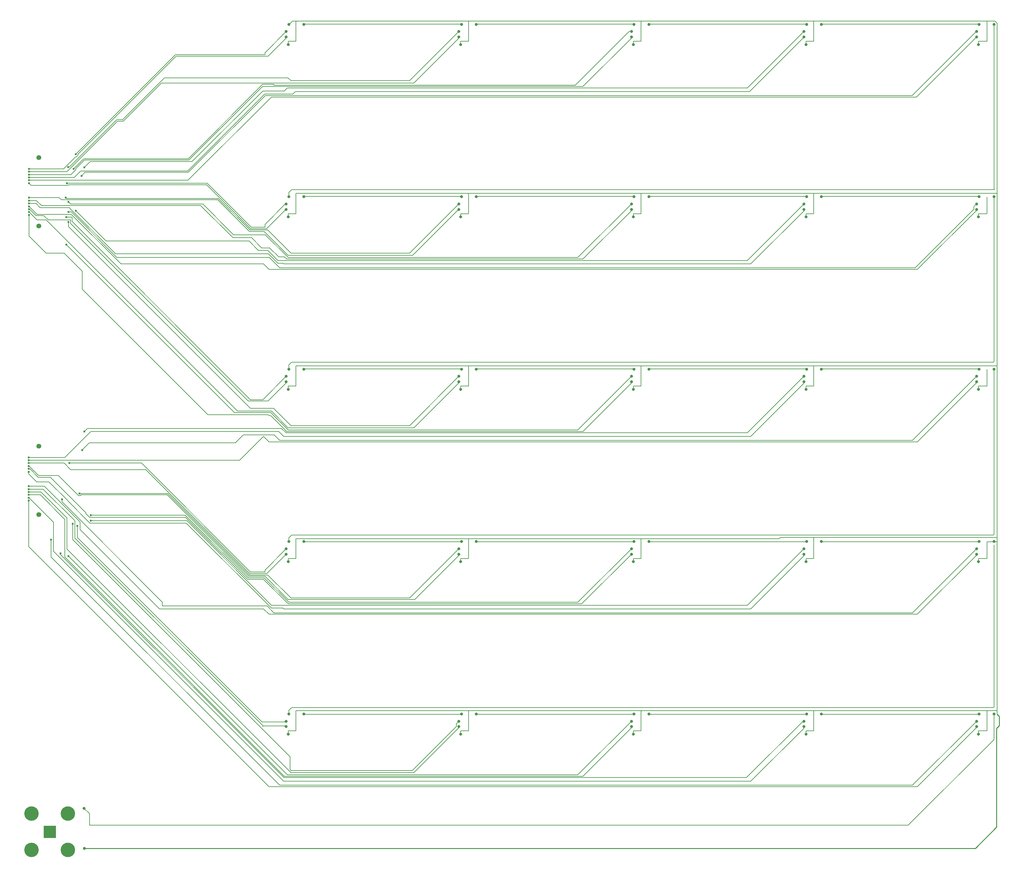
<source format=gbr>
%TF.GenerationSoftware,KiCad,Pcbnew,8.0.2-1*%
%TF.CreationDate,2024-06-21T16:13:16-04:00*%
%TF.ProjectId,EvenLayers_3.0mm_SiPM,4576656e-4c61-4796-9572-735f332e306d,rev?*%
%TF.SameCoordinates,Original*%
%TF.FileFunction,Copper,L2,Bot*%
%TF.FilePolarity,Positive*%
%FSLAX46Y46*%
G04 Gerber Fmt 4.6, Leading zero omitted, Abs format (unit mm)*
G04 Created by KiCad (PCBNEW 8.0.2-1) date 2024-06-21 16:13:16*
%MOMM*%
%LPD*%
G01*
G04 APERTURE LIST*
%TA.AperFunction,ComponentPad*%
%ADD10C,0.800000*%
%TD*%
%TA.AperFunction,ComponentPad*%
%ADD11C,1.348000*%
%TD*%
%TA.AperFunction,ComponentPad*%
%ADD12R,3.500000X3.500000*%
%TD*%
%TA.AperFunction,ComponentPad*%
%ADD13C,4.000000*%
%TD*%
%TA.AperFunction,ViaPad*%
%ADD14C,0.800000*%
%TD*%
%TA.AperFunction,ViaPad*%
%ADD15C,0.600000*%
%TD*%
%TA.AperFunction,Conductor*%
%ADD16C,0.200000*%
%TD*%
%TA.AperFunction,Conductor*%
%ADD17C,0.250000*%
%TD*%
G04 APERTURE END LIST*
D10*
%TO.P,REF\u002A\u002A34,5*%
%TO.N,N/C*%
X320450000Y-189150000D03*
%TO.P,REF\u002A\u002A34,6*%
X324550000Y-189150000D03*
%TO.P,REF\u002A\u002A34,7*%
%TO.N,K14*%
X319700000Y-191150000D03*
%TO.P,REF\u002A\u002A34,8*%
%TO.N,A14*%
X319700000Y-192650000D03*
%TO.P,REF\u002A\u002A34,9*%
%TO.N,GND*%
X320250000Y-194750000D03*
%TD*%
%TO.P,REF\u002A\u002A40,5*%
%TO.N,N/C*%
X129250000Y-284750000D03*
%TO.P,REF\u002A\u002A40,6*%
X133350000Y-284750000D03*
%TO.P,REF\u002A\u002A40,7*%
%TO.N,K20*%
X128500000Y-286750000D03*
%TO.P,REF\u002A\u002A40,8*%
%TO.N,A20*%
X128500000Y-288250000D03*
%TO.P,REF\u002A\u002A40,9*%
%TO.N,GND*%
X129050000Y-290350000D03*
%TD*%
%TO.P,REF\u002A\u002A30,5*%
%TO.N,N/C*%
X129250000Y-189150000D03*
%TO.P,REF\u002A\u002A30,6*%
X133350000Y-189150000D03*
%TO.P,REF\u002A\u002A30,7*%
%TO.N,K10*%
X128500000Y-191150000D03*
%TO.P,REF\u002A\u002A30,8*%
%TO.N,A10*%
X128500000Y-192650000D03*
%TO.P,REF\u002A\u002A30,9*%
%TO.N,GND*%
X129050000Y-194750000D03*
%TD*%
%TO.P,REF\u002A\u002A24,5*%
%TO.N,N/C*%
X320450000Y-93550000D03*
%TO.P,REF\u002A\u002A24,6*%
X324550000Y-93550000D03*
%TO.P,REF\u002A\u002A24,7*%
%TO.N,K4*%
X319700000Y-95550000D03*
%TO.P,REF\u002A\u002A24,8*%
%TO.N,A4*%
X319700000Y-97050000D03*
%TO.P,REF\u002A\u002A24,9*%
%TO.N,GND*%
X320250000Y-99150000D03*
%TD*%
D11*
%TO.P,REF\u002A\u002A,S1*%
%TO.N,N/C*%
X60000000Y-130505000D03*
%TO.P,REF\u002A\u002A,S2*%
X60000000Y-149495000D03*
%TD*%
D10*
%TO.P,REF\u002A\u002A43,5*%
%TO.N,N/C*%
X272650000Y-284750000D03*
%TO.P,REF\u002A\u002A43,6*%
X276750000Y-284750000D03*
%TO.P,REF\u002A\u002A43,7*%
%TO.N,K23*%
X271900000Y-286750000D03*
%TO.P,REF\u002A\u002A43,8*%
%TO.N,A23*%
X271900000Y-288250000D03*
%TO.P,REF\u002A\u002A43,9*%
%TO.N,GND*%
X272450000Y-290350000D03*
%TD*%
%TO.P,REF\u002A\u002A38,5*%
%TO.N,N/C*%
X272650000Y-236950000D03*
%TO.P,REF\u002A\u002A38,6*%
X276750000Y-236950000D03*
%TO.P,REF\u002A\u002A38,7*%
%TO.N,K18*%
X271900000Y-238950000D03*
%TO.P,REF\u002A\u002A38,8*%
%TO.N,A18*%
X271900000Y-240450000D03*
%TO.P,REF\u002A\u002A38,9*%
%TO.N,GND*%
X272450000Y-242550000D03*
%TD*%
%TO.P,REF\u002A\u002A22,5*%
%TO.N,N/C*%
X224850000Y-93550000D03*
%TO.P,REF\u002A\u002A22,6*%
X228950000Y-93550000D03*
%TO.P,REF\u002A\u002A22,7*%
%TO.N,K2*%
X224100000Y-95550000D03*
%TO.P,REF\u002A\u002A22,8*%
%TO.N,A2*%
X224100000Y-97050000D03*
%TO.P,REF\u002A\u002A22,9*%
%TO.N,GND*%
X224650000Y-99150000D03*
%TD*%
D11*
%TO.P,REF\u002A\u002A,S1*%
%TO.N,N/C*%
X60000000Y-210505000D03*
%TO.P,REF\u002A\u002A,S2*%
X60000000Y-229495000D03*
%TD*%
D10*
%TO.P,REF\u002A\u002A28,5*%
%TO.N,N/C*%
X272650000Y-141350000D03*
%TO.P,REF\u002A\u002A28,6*%
X276750000Y-141350000D03*
%TO.P,REF\u002A\u002A28,7*%
%TO.N,K8*%
X271900000Y-143350000D03*
%TO.P,REF\u002A\u002A28,8*%
%TO.N,A8*%
X271900000Y-144850000D03*
%TO.P,REF\u002A\u002A28,9*%
%TO.N,GND*%
X272450000Y-146950000D03*
%TD*%
%TO.P,REF\u002A\u002A23,5*%
%TO.N,N/C*%
X272650000Y-93550000D03*
%TO.P,REF\u002A\u002A23,6*%
X276750000Y-93550000D03*
%TO.P,REF\u002A\u002A23,7*%
%TO.N,K3*%
X271900000Y-95550000D03*
%TO.P,REF\u002A\u002A23,8*%
%TO.N,A3*%
X271900000Y-97050000D03*
%TO.P,REF\u002A\u002A23,9*%
%TO.N,GND*%
X272450000Y-99150000D03*
%TD*%
%TO.P,REF\u002A\u002A32,5*%
%TO.N,N/C*%
X224850000Y-189150000D03*
%TO.P,REF\u002A\u002A32,6*%
X228950000Y-189150000D03*
%TO.P,REF\u002A\u002A32,7*%
%TO.N,K12*%
X224100000Y-191150000D03*
%TO.P,REF\u002A\u002A32,8*%
%TO.N,A12*%
X224100000Y-192650000D03*
%TO.P,REF\u002A\u002A32,9*%
%TO.N,GND*%
X224650000Y-194750000D03*
%TD*%
%TO.P,REF\u002A\u002A44,5*%
%TO.N,N/C*%
X320450000Y-284750000D03*
%TO.P,REF\u002A\u002A44,6*%
X324550000Y-284750000D03*
%TO.P,REF\u002A\u002A44,7*%
%TO.N,K24*%
X319700000Y-286750000D03*
%TO.P,REF\u002A\u002A44,8*%
%TO.N,A24*%
X319700000Y-288250000D03*
%TO.P,REF\u002A\u002A44,9*%
%TO.N,GND*%
X320250000Y-290350000D03*
%TD*%
%TO.P,REF\u002A\u002A26,5*%
%TO.N,N/C*%
X177050000Y-141350000D03*
%TO.P,REF\u002A\u002A26,6*%
X181150000Y-141350000D03*
%TO.P,REF\u002A\u002A26,7*%
%TO.N,K6*%
X176300000Y-143350000D03*
%TO.P,REF\u002A\u002A26,8*%
%TO.N,A6*%
X176300000Y-144850000D03*
%TO.P,REF\u002A\u002A26,9*%
%TO.N,GND*%
X176850000Y-146950000D03*
%TD*%
%TO.P,REF\u002A\u002A36,5*%
%TO.N,N/C*%
X177050000Y-236950000D03*
%TO.P,REF\u002A\u002A36,6*%
X181150000Y-236950000D03*
%TO.P,REF\u002A\u002A36,7*%
%TO.N,K16*%
X176300000Y-238950000D03*
%TO.P,REF\u002A\u002A36,8*%
%TO.N,A16*%
X176300000Y-240450000D03*
%TO.P,REF\u002A\u002A36,9*%
%TO.N,GND*%
X176850000Y-242550000D03*
%TD*%
%TO.P,REF\u002A\u002A20,5*%
%TO.N,GND*%
X129250000Y-93550000D03*
%TO.P,REF\u002A\u002A20,6*%
%TO.N,N/C*%
X133350000Y-93550000D03*
%TO.P,REF\u002A\u002A20,7*%
%TO.N,K0*%
X128500000Y-95550000D03*
%TO.P,REF\u002A\u002A20,8*%
%TO.N,A0*%
X128500000Y-97050000D03*
%TO.P,REF\u002A\u002A20,9*%
%TO.N,GND*%
X129050000Y-99150000D03*
%TD*%
%TO.P,REF\u002A\u002A25,5*%
%TO.N,N/C*%
X129250000Y-141350000D03*
%TO.P,REF\u002A\u002A25,6*%
X133350000Y-141350000D03*
%TO.P,REF\u002A\u002A25,7*%
%TO.N,K5*%
X128500000Y-143350000D03*
%TO.P,REF\u002A\u002A25,8*%
%TO.N,A5*%
X128500000Y-144850000D03*
%TO.P,REF\u002A\u002A25,9*%
%TO.N,GND*%
X129050000Y-146950000D03*
%TD*%
%TO.P,REF\u002A\u002A37,5*%
%TO.N,N/C*%
X224850000Y-236950000D03*
%TO.P,REF\u002A\u002A37,6*%
X228950000Y-236950000D03*
%TO.P,REF\u002A\u002A37,7*%
%TO.N,K17*%
X224100000Y-238950000D03*
%TO.P,REF\u002A\u002A37,8*%
%TO.N,A17*%
X224100000Y-240450000D03*
%TO.P,REF\u002A\u002A37,9*%
%TO.N,GND*%
X224650000Y-242550000D03*
%TD*%
%TO.P,REF\u002A\u002A31,5*%
%TO.N,N/C*%
X177050000Y-189150000D03*
%TO.P,REF\u002A\u002A31,6*%
X181150000Y-189150000D03*
%TO.P,REF\u002A\u002A31,7*%
%TO.N,K11*%
X176300000Y-191150000D03*
%TO.P,REF\u002A\u002A31,8*%
%TO.N,A11*%
X176300000Y-192650000D03*
%TO.P,REF\u002A\u002A31,9*%
%TO.N,GND*%
X176850000Y-194750000D03*
%TD*%
%TO.P,REF\u002A\u002A27,5*%
%TO.N,N/C*%
X224850000Y-141350000D03*
%TO.P,REF\u002A\u002A27,6*%
X228950000Y-141350000D03*
%TO.P,REF\u002A\u002A27,7*%
%TO.N,K7*%
X224100000Y-143350000D03*
%TO.P,REF\u002A\u002A27,8*%
%TO.N,A7*%
X224100000Y-144850000D03*
%TO.P,REF\u002A\u002A27,9*%
%TO.N,GND*%
X224650000Y-146950000D03*
%TD*%
%TO.P,REF\u002A\u002A41,5*%
%TO.N,N/C*%
X177050000Y-284750000D03*
%TO.P,REF\u002A\u002A41,6*%
X181150000Y-284750000D03*
%TO.P,REF\u002A\u002A41,7*%
%TO.N,K21*%
X176300000Y-286750000D03*
%TO.P,REF\u002A\u002A41,8*%
%TO.N,A21*%
X176300000Y-288250000D03*
%TO.P,REF\u002A\u002A41,9*%
%TO.N,GND*%
X176850000Y-290350000D03*
%TD*%
%TO.P,REF\u002A\u002A29,5*%
%TO.N,N/C*%
X320450000Y-141350000D03*
%TO.P,REF\u002A\u002A29,6*%
X324550000Y-141350000D03*
%TO.P,REF\u002A\u002A29,7*%
%TO.N,K9*%
X319700000Y-143350000D03*
%TO.P,REF\u002A\u002A29,8*%
%TO.N,A9*%
X319700000Y-144850000D03*
%TO.P,REF\u002A\u002A29,9*%
%TO.N,GND*%
X320250000Y-146950000D03*
%TD*%
%TO.P,REF\u002A\u002A21,5*%
%TO.N,N/C*%
X177050000Y-93550000D03*
%TO.P,REF\u002A\u002A21,6*%
X181150000Y-93550000D03*
%TO.P,REF\u002A\u002A21,7*%
%TO.N,K1*%
X176300000Y-95550000D03*
%TO.P,REF\u002A\u002A21,8*%
%TO.N,A1*%
X176300000Y-97050000D03*
%TO.P,REF\u002A\u002A21,9*%
%TO.N,GND*%
X176850000Y-99150000D03*
%TD*%
D12*
%TO.P,LEDs,1*%
%TO.N,N/C*%
X63000000Y-317400000D03*
D13*
%TO.P,LEDs,2*%
%TO.N,GND*%
X57975000Y-322425000D03*
X68025000Y-322425000D03*
X57975000Y-312375000D03*
X68025000Y-312375000D03*
%TD*%
D10*
%TO.P,REF\u002A\u002A42,5*%
%TO.N,N/C*%
X224850000Y-284750000D03*
%TO.P,REF\u002A\u002A42,6*%
X228950000Y-284750000D03*
%TO.P,REF\u002A\u002A42,7*%
%TO.N,K22*%
X224100000Y-286750000D03*
%TO.P,REF\u002A\u002A42,8*%
%TO.N,A22*%
X224100000Y-288250000D03*
%TO.P,REF\u002A\u002A42,9*%
%TO.N,GND*%
X224650000Y-290350000D03*
%TD*%
%TO.P,REF\u002A\u002A35,5*%
%TO.N,N/C*%
X129250000Y-236950000D03*
%TO.P,REF\u002A\u002A35,6*%
X133350000Y-236950000D03*
%TO.P,REF\u002A\u002A35,7*%
%TO.N,K15*%
X128500000Y-238950000D03*
%TO.P,REF\u002A\u002A35,8*%
%TO.N,A15*%
X128500000Y-240450000D03*
%TO.P,REF\u002A\u002A35,9*%
%TO.N,GND*%
X129050000Y-242550000D03*
%TD*%
%TO.P,REF\u002A\u002A39,5*%
%TO.N,N/C*%
X320450000Y-236950000D03*
%TO.P,REF\u002A\u002A39,6*%
X324550000Y-236950000D03*
%TO.P,REF\u002A\u002A39,7*%
%TO.N,K19*%
X319700000Y-238950000D03*
%TO.P,REF\u002A\u002A39,8*%
%TO.N,A19*%
X319700000Y-240450000D03*
%TO.P,REF\u002A\u002A39,9*%
%TO.N,GND*%
X320250000Y-242550000D03*
%TD*%
%TO.P,REF\u002A\u002A33,5*%
%TO.N,N/C*%
X272650000Y-189150000D03*
%TO.P,REF\u002A\u002A33,6*%
X276750000Y-189150000D03*
%TO.P,REF\u002A\u002A33,7*%
%TO.N,K13*%
X271900000Y-191150000D03*
%TO.P,REF\u002A\u002A33,8*%
%TO.N,A13*%
X271900000Y-192650000D03*
%TO.P,REF\u002A\u002A33,9*%
%TO.N,GND*%
X272450000Y-194750000D03*
%TD*%
D14*
%TO.N,*%
X72500000Y-310900000D03*
%TO.N,GND*%
X72600000Y-322000000D03*
D15*
%TO.N,K0*%
X70200000Y-129600000D03*
%TO.N,A0*%
X57250000Y-133600000D03*
%TO.N,K1*%
X68124265Y-133124265D03*
%TO.N,A1*%
X57250000Y-134400000D03*
%TO.N,K2*%
X69600000Y-133600000D03*
%TO.N,A2*%
X57250000Y-135200000D03*
%TO.N,K3*%
X72600000Y-133200000D03*
%TO.N,A3*%
X57250000Y-136000000D03*
%TO.N,K4*%
X71800000Y-135600000D03*
%TO.N,A4*%
X57250000Y-136800000D03*
%TO.N,K5*%
X67800000Y-137600000D03*
%TO.N,A5*%
X57250000Y-137600000D03*
%TO.N,K6*%
X67400000Y-141600000D03*
%TO.N,A6*%
X57250000Y-141600000D03*
%TO.N,K7*%
X68200000Y-142800000D03*
%TO.N,A7*%
X57250000Y-142400000D03*
%TO.N,K8*%
X70200000Y-145200000D03*
%TO.N,A8*%
X57250000Y-143200000D03*
%TO.N,K9*%
X68200000Y-145600000D03*
%TO.N,A9*%
X57250000Y-144000000D03*
%TO.N,A10*%
X57250000Y-144800000D03*
%TO.N,K10*%
X67600000Y-147000000D03*
%TO.N,A11*%
X57250000Y-145600000D03*
%TO.N,K11*%
X68200000Y-148400000D03*
%TO.N,A12*%
X57250000Y-146400000D03*
%TO.N,K12*%
X67600000Y-154600000D03*
%TO.N,K14*%
X72000000Y-211600000D03*
%TO.N,A14*%
X57200000Y-214400000D03*
%TO.N,K13*%
X72600000Y-206400000D03*
%TO.N,A13*%
X57200000Y-213600000D03*
%TO.N,K15*%
X68400000Y-215200000D03*
%TO.N,A15*%
X57200000Y-215200000D03*
%TO.N,K16*%
X71200000Y-223600000D03*
%TO.N,A16*%
X57200000Y-216000000D03*
%TO.N,K17*%
X74400000Y-229600000D03*
%TO.N,A17*%
X57200000Y-216800000D03*
%TO.N,K18*%
X74400000Y-231200000D03*
%TO.N,A18*%
X57200000Y-217600000D03*
%TO.N,K19*%
X66400000Y-225200000D03*
%TO.N,A19*%
X57200000Y-221600000D03*
%TO.N,K20*%
X70600000Y-232600000D03*
%TO.N,A20*%
X57200000Y-222400000D03*
%TO.N,K21*%
X69400000Y-232000000D03*
%TO.N,A21*%
X57200000Y-223200000D03*
%TO.N,K22*%
X68200000Y-241000000D03*
%TO.N,A22*%
X57200000Y-224000000D03*
%TO.N,K23*%
X66000000Y-240200000D03*
%TO.N,A23*%
X57200000Y-224800000D03*
%TO.N,K24*%
X63400000Y-236400000D03*
%TO.N,A24*%
X57200000Y-225600000D03*
%TD*%
D16*
%TO.N,*%
X133350000Y-284850000D02*
X177050000Y-284850000D01*
X324550000Y-237850000D02*
X324550000Y-282850000D01*
X229105025Y-93494975D02*
X272805025Y-93494975D01*
X324550000Y-291850000D02*
X300800000Y-315600000D01*
X133350000Y-189050000D02*
X177050000Y-189050000D01*
X181150000Y-141250000D02*
X224850000Y-141250000D01*
X324600000Y-139400000D02*
X130000000Y-139400000D01*
X276750000Y-141250000D02*
X320450000Y-141250000D01*
X181150000Y-284850000D02*
X224850000Y-284850000D01*
X133350000Y-237000000D02*
X177050000Y-237000000D01*
X276750000Y-284850000D02*
X320450000Y-284850000D01*
X228950000Y-141250000D02*
X272650000Y-141250000D01*
X181150000Y-237000000D02*
X224850000Y-237000000D01*
X324600000Y-139400000D02*
X324600000Y-139200000D01*
X276750000Y-189050000D02*
X320450000Y-189050000D01*
X129250000Y-284850000D02*
X129250000Y-283750000D01*
X276905025Y-93494975D02*
X320605025Y-93494975D01*
X74000000Y-312400000D02*
X72500000Y-310900000D01*
X324550000Y-139150000D02*
X324550000Y-93550000D01*
X228950000Y-284850000D02*
X272650000Y-284850000D01*
X324550000Y-284750000D02*
X324550000Y-291850000D01*
X129250000Y-140150000D02*
X129250000Y-141250000D01*
X228950000Y-237000000D02*
X272650000Y-237000000D01*
X74000000Y-315600000D02*
X74000000Y-312400000D01*
X324600000Y-139200000D02*
X324550000Y-139150000D01*
X133505025Y-93494975D02*
X177205025Y-93494975D01*
X129250000Y-283750000D02*
X130000000Y-283000000D01*
X300800000Y-315600000D02*
X74000000Y-315600000D01*
X130000000Y-283000000D02*
X324400000Y-283000000D01*
X181305025Y-93494975D02*
X225005025Y-93494975D01*
X324550000Y-282850000D02*
X324400000Y-283000000D01*
X181150000Y-189050000D02*
X224850000Y-189050000D01*
X133350000Y-141250000D02*
X177050000Y-141250000D01*
X130000000Y-139400000D02*
X129250000Y-140150000D01*
X276750000Y-237000000D02*
X320450000Y-237000000D01*
X228950000Y-189050000D02*
X272650000Y-189050000D01*
%TO.N,GND*%
X224650000Y-146950000D02*
X224650000Y-146050000D01*
X322550000Y-193850000D02*
X322600000Y-193800000D01*
X272450000Y-241650000D02*
X272450000Y-242550000D01*
X130000000Y-235150000D02*
X324400000Y-235150000D01*
X224650000Y-99150000D02*
X224650000Y-98250000D01*
X322600000Y-146000000D02*
X322600000Y-141400000D01*
X179000000Y-140400000D02*
X227000000Y-140400000D01*
X226800000Y-188200000D02*
X274800000Y-188200000D01*
X131200000Y-193800000D02*
X131200000Y-188200000D01*
X177000000Y-146050000D02*
X176850000Y-146050000D01*
X178950000Y-146050000D02*
X177000000Y-146050000D01*
X227000000Y-283800000D02*
X179000000Y-283800000D01*
X325400000Y-235800000D02*
X325400000Y-237000000D01*
X324550000Y-141250000D02*
X324550000Y-187050000D01*
X274550000Y-146050000D02*
X272450000Y-146050000D01*
X179000000Y-193800000D02*
X179000000Y-188200000D01*
X130000000Y-187200000D02*
X324400000Y-187200000D01*
X129050000Y-242550000D02*
X129050000Y-241650000D01*
X131200000Y-241600000D02*
X131200000Y-236150000D01*
X178950000Y-98250000D02*
X176850000Y-98250000D01*
D17*
X326000000Y-288000000D02*
X326000000Y-285400000D01*
D16*
X226750000Y-98250000D02*
X224650000Y-98250000D01*
X178950000Y-241650000D02*
X176850000Y-241650000D01*
D17*
X325275000Y-316125000D02*
X325275000Y-288725000D01*
D16*
X274550000Y-289450000D02*
X274600000Y-289400000D01*
X227155025Y-92644975D02*
X179155025Y-92644975D01*
X325400000Y-237000000D02*
X322600000Y-237000000D01*
X274600000Y-289400000D02*
X274600000Y-283800000D01*
X322550000Y-98250000D02*
X322600000Y-98200000D01*
X131150000Y-193850000D02*
X129050000Y-193850000D01*
X274600000Y-146000000D02*
X274600000Y-140400000D01*
X274600000Y-188200000D02*
X325400000Y-188200000D01*
X322600000Y-241600000D02*
X322600000Y-237000000D01*
X129050000Y-289450000D02*
X129050000Y-290350000D01*
X179000000Y-241600000D02*
X179000000Y-236150000D01*
X322600000Y-283800000D02*
X325400000Y-283800000D01*
X179000000Y-283800000D02*
X179000000Y-289400000D01*
X131200000Y-289400000D02*
X131200000Y-283800000D01*
X131150000Y-241650000D02*
X129050000Y-241650000D01*
X320250000Y-241650000D02*
X320250000Y-242550000D01*
X274600000Y-98200000D02*
X274550000Y-98250000D01*
X131200000Y-146000000D02*
X131200000Y-140400000D01*
X131150000Y-146050000D02*
X129050000Y-146050000D01*
X272450000Y-193850000D02*
X274550000Y-193850000D01*
X129250000Y-189050000D02*
X129250000Y-187950000D01*
X176850000Y-242550000D02*
X176850000Y-241650000D01*
X224650000Y-241650000D02*
X224650000Y-242550000D01*
X176850000Y-194750000D02*
X176850000Y-193850000D01*
X179355025Y-92644975D02*
X131355025Y-92644975D01*
X274800000Y-283800000D02*
X226800000Y-283800000D01*
X176850000Y-99150000D02*
X176850000Y-98250000D01*
X320250000Y-99150000D02*
X320250000Y-98250000D01*
X179000000Y-146000000D02*
X179000000Y-140400000D01*
X272450000Y-98250000D02*
X272450000Y-99150000D01*
X274600000Y-193800000D02*
X274600000Y-188200000D01*
X179155025Y-92644975D02*
X179000000Y-92800000D01*
X320250000Y-290350000D02*
X320250000Y-289450000D01*
X272450000Y-194750000D02*
X272450000Y-193850000D01*
X274600000Y-92644975D02*
X274600000Y-98200000D01*
X322550000Y-241650000D02*
X322600000Y-241600000D01*
X129250000Y-235900000D02*
X130000000Y-235150000D01*
X272450000Y-289450000D02*
X274550000Y-289450000D01*
X129050000Y-99150000D02*
X129050000Y-98250000D01*
X320250000Y-241650000D02*
X322550000Y-241650000D01*
X224650000Y-290350000D02*
X224650000Y-289450000D01*
X129250000Y-237000000D02*
X129250000Y-235900000D01*
X274550000Y-241650000D02*
X272450000Y-241650000D01*
X320250000Y-146050000D02*
X322550000Y-146050000D01*
D17*
X325275000Y-288725000D02*
X326000000Y-288000000D01*
D16*
X226800000Y-92800000D02*
X226800000Y-98200000D01*
X226800000Y-146000000D02*
X226800000Y-140400000D01*
X176850000Y-146950000D02*
X176850000Y-146200000D01*
X131200000Y-92800000D02*
X131200000Y-98200000D01*
X274600000Y-241600000D02*
X274600000Y-235800000D01*
X274550000Y-193850000D02*
X274600000Y-193800000D01*
X274550000Y-98250000D02*
X272450000Y-98250000D01*
X224650000Y-194750000D02*
X224650000Y-193850000D01*
X320250000Y-146950000D02*
X320250000Y-146050000D01*
X322600000Y-193800000D02*
X322600000Y-189200000D01*
X325400000Y-93200000D02*
X325400000Y-235800000D01*
X265350000Y-235800000D02*
X265000000Y-236150000D01*
X324844975Y-92644975D02*
X325400000Y-93200000D01*
X226800000Y-140400000D02*
X274800000Y-140400000D01*
X324550000Y-235000000D02*
X324400000Y-235150000D01*
X129250000Y-187950000D02*
X130000000Y-187200000D01*
X272450000Y-290350000D02*
X272450000Y-289450000D01*
X226750000Y-146050000D02*
X224650000Y-146050000D01*
X129050000Y-193850000D02*
X129050000Y-194750000D01*
X226750000Y-241650000D02*
X224650000Y-241650000D01*
D17*
X319400000Y-322000000D02*
X325275000Y-316125000D01*
D16*
X226800000Y-289400000D02*
X226800000Y-284000000D01*
X226800000Y-284000000D02*
X227000000Y-283800000D01*
X179000000Y-188200000D02*
X227000000Y-188200000D01*
D17*
X72600000Y-322000000D02*
X319400000Y-322000000D01*
D16*
X226800000Y-193800000D02*
X226800000Y-188200000D01*
X131200000Y-283800000D02*
X179200000Y-283800000D01*
D17*
X326000000Y-285400000D02*
X325400000Y-284800000D01*
D16*
X320250000Y-289450000D02*
X322550000Y-289450000D01*
X131200000Y-140400000D02*
X179200000Y-140400000D01*
X322550000Y-146050000D02*
X322600000Y-146000000D01*
X131150000Y-289450000D02*
X129050000Y-289450000D01*
X324550000Y-187050000D02*
X324400000Y-187200000D01*
X322550000Y-289450000D02*
X322600000Y-289400000D01*
X325400000Y-237000000D02*
X325400000Y-284800000D01*
X176850000Y-146200000D02*
X177000000Y-146050000D01*
X272450000Y-146950000D02*
X272450000Y-146050000D01*
X226750000Y-193850000D02*
X224650000Y-193850000D01*
X320250000Y-98250000D02*
X322550000Y-98250000D01*
X324550000Y-189200000D02*
X324550000Y-235000000D01*
X178950000Y-193850000D02*
X176850000Y-193850000D01*
X131150000Y-98250000D02*
X129050000Y-98250000D01*
X226800000Y-241600000D02*
X226800000Y-236150000D01*
X129050000Y-146050000D02*
X129050000Y-146950000D01*
X322600000Y-98200000D02*
X322600000Y-92644975D01*
X131200000Y-188200000D02*
X179200000Y-188200000D01*
X178950000Y-289450000D02*
X176850000Y-289450000D01*
X131355025Y-92644975D02*
X131200000Y-92800000D01*
X226750000Y-289450000D02*
X224650000Y-289450000D01*
X320250000Y-193850000D02*
X322550000Y-193850000D01*
X274755025Y-92644975D02*
X324844975Y-92644975D01*
X322600000Y-289400000D02*
X322600000Y-283800000D01*
X274600000Y-140400000D02*
X325400000Y-140400000D01*
X226800000Y-236150000D02*
X265000000Y-236150000D01*
X226955025Y-92644975D02*
X226800000Y-92800000D01*
X274955025Y-92644975D02*
X226955025Y-92644975D01*
X274600000Y-283800000D02*
X322600000Y-283800000D01*
X320250000Y-193850000D02*
X320250000Y-194750000D01*
X179000000Y-92800000D02*
X179000000Y-98200000D01*
X176850000Y-290350000D02*
X176850000Y-289450000D01*
X130255025Y-92644975D02*
X131355025Y-92644975D01*
X325400000Y-235800000D02*
X265350000Y-235800000D01*
X129405025Y-93494975D02*
X130255025Y-92644975D01*
X179000000Y-236150000D02*
X227000000Y-236150000D01*
X131200000Y-236150000D02*
X179200000Y-236150000D01*
%TO.N,K0*%
X128500000Y-95550000D02*
X122600000Y-101450000D01*
X122600000Y-101450000D02*
X122600000Y-102000000D01*
X122600000Y-102000000D02*
X97800000Y-102000000D01*
X97800000Y-102000000D02*
X70200000Y-129600000D01*
%TO.N,A0*%
X98000000Y-102400000D02*
X70800000Y-129600000D01*
X70448529Y-130200000D02*
X70200000Y-130200000D01*
X128500000Y-97400000D02*
X123500000Y-102400000D01*
X123500000Y-102400000D02*
X98000000Y-102400000D01*
X70800000Y-129848529D02*
X70448529Y-130200000D01*
X70200000Y-130200000D02*
X66800000Y-133600000D01*
X128500000Y-97050000D02*
X128500000Y-97400000D01*
X70800000Y-129600000D02*
X70800000Y-129848529D01*
X66800000Y-133600000D02*
X57250000Y-133600000D01*
%TO.N,K1*%
X162650000Y-109200000D02*
X176300000Y-95550000D01*
X129800000Y-109200000D02*
X162650000Y-109200000D01*
X81600000Y-120000000D02*
X83200000Y-120000000D01*
X94800000Y-108400000D02*
X129000000Y-108400000D01*
X129000000Y-108400000D02*
X129800000Y-109200000D01*
X68124265Y-133124265D02*
X68475735Y-133124265D01*
X83200000Y-120000000D02*
X94800000Y-108400000D01*
X68475735Y-133124265D02*
X81600000Y-120000000D01*
%TO.N,A1*%
X81765686Y-120400000D02*
X67765686Y-134400000D01*
X163900000Y-109800000D02*
X93965686Y-109800000D01*
X93965686Y-109800000D02*
X83365686Y-120400000D01*
X67765686Y-134400000D02*
X57250000Y-134400000D01*
X83365686Y-120400000D02*
X81765686Y-120400000D01*
X176300000Y-97400000D02*
X163900000Y-109800000D01*
X176300000Y-97050000D02*
X176300000Y-97400000D01*
%TO.N,K2*%
X72400000Y-130800000D02*
X101365686Y-130800000D01*
X125200000Y-110400000D02*
X208600000Y-110400000D01*
X125000000Y-110200000D02*
X125200000Y-110400000D01*
X101365686Y-130800000D02*
X121965686Y-110200000D01*
X69600000Y-133600000D02*
X72400000Y-130800000D01*
X208600000Y-110400000D02*
X223450000Y-95550000D01*
X223450000Y-95550000D02*
X224100000Y-95550000D01*
X121965686Y-110200000D02*
X125000000Y-110200000D01*
%TO.N,A2*%
X70200000Y-133848529D02*
X68848529Y-135200000D01*
X224100000Y-97050000D02*
X224100000Y-97400000D01*
X72565686Y-131200000D02*
X70200000Y-133565686D01*
X210700000Y-110800000D02*
X121931372Y-110800000D01*
X70200000Y-133565686D02*
X70200000Y-133848529D01*
X224100000Y-97400000D02*
X210700000Y-110800000D01*
X101531372Y-131200000D02*
X72565686Y-131200000D01*
X121931372Y-110800000D02*
X101531372Y-131200000D01*
X68848529Y-135200000D02*
X57250000Y-135200000D01*
%TO.N,K3*%
X102400000Y-131600000D02*
X74200000Y-131600000D01*
X122000000Y-112000000D02*
X102400000Y-131600000D01*
X128800000Y-111200000D02*
X128000000Y-112000000D01*
X256250000Y-111200000D02*
X128800000Y-111200000D01*
X128000000Y-112000000D02*
X122000000Y-112000000D01*
X74200000Y-131600000D02*
X72600000Y-133200000D01*
X271900000Y-95550000D02*
X256250000Y-111200000D01*
%TO.N,A3*%
X271900000Y-97100000D02*
X256800000Y-112200000D01*
X71600000Y-134200000D02*
X69800000Y-136000000D01*
X131000000Y-112200000D02*
X130300000Y-112900000D01*
X130300000Y-112900000D02*
X122500000Y-112900000D01*
X122500000Y-112900000D02*
X101200000Y-134200000D01*
X271900000Y-97050000D02*
X271900000Y-97100000D01*
X69800000Y-136000000D02*
X57250000Y-136000000D01*
X272100000Y-96850000D02*
X271900000Y-97050000D01*
X256800000Y-112200000D02*
X131000000Y-112200000D01*
X101200000Y-134200000D02*
X71600000Y-134200000D01*
%TO.N,K4*%
X101400000Y-134600000D02*
X72800000Y-134600000D01*
X72800000Y-134600000D02*
X71800000Y-135600000D01*
X319650000Y-95550000D02*
X301900000Y-113300000D01*
X319700000Y-95550000D02*
X319650000Y-95550000D01*
X122700000Y-113300000D02*
X101400000Y-134600000D01*
X301900000Y-113300000D02*
X122700000Y-113300000D01*
%TO.N,A4*%
X101300000Y-136800000D02*
X124400000Y-113700000D01*
X57250000Y-136800000D02*
X101300000Y-136800000D01*
X303050000Y-113700000D02*
X319700000Y-97050000D01*
X124400000Y-113700000D02*
X303050000Y-113700000D01*
%TO.N,K5*%
X106600000Y-137600000D02*
X67800000Y-137600000D01*
X122600000Y-149800000D02*
X118800000Y-149800000D01*
X122600000Y-149000000D02*
X122600000Y-149800000D01*
X118800000Y-149800000D02*
X106600000Y-137600000D01*
X128250000Y-143350000D02*
X122600000Y-149000000D01*
X128500000Y-143350000D02*
X128250000Y-143350000D01*
%TO.N,A5*%
X57850000Y-138200000D02*
X57250000Y-137600000D01*
X68048529Y-138200000D02*
X57850000Y-138200000D01*
X128500000Y-144850000D02*
X128365686Y-144850000D01*
X123015686Y-150200000D02*
X118634314Y-150200000D01*
X128365686Y-144850000D02*
X123015686Y-150200000D01*
X118634314Y-150200000D02*
X106434314Y-138000000D01*
X68248529Y-138000000D02*
X68048529Y-138200000D01*
X106434314Y-138000000D02*
X68248529Y-138000000D01*
%TO.N,K6*%
X123181372Y-150600000D02*
X118468628Y-150600000D01*
X118468628Y-150600000D02*
X109668628Y-141800000D01*
X176300000Y-143350000D02*
X162650000Y-157000000D01*
X109668628Y-141800000D02*
X67600000Y-141800000D01*
X67600000Y-141800000D02*
X67400000Y-141600000D01*
X129800000Y-157000000D02*
X123290686Y-150490686D01*
X123290686Y-150490686D02*
X123181372Y-150600000D01*
X162650000Y-157000000D02*
X129800000Y-157000000D01*
%TO.N,A6*%
X129000000Y-157600000D02*
X122400000Y-151000000D01*
X118302942Y-151000000D02*
X109502942Y-142200000D01*
X65600000Y-141600000D02*
X57250000Y-141600000D01*
X122400000Y-151000000D02*
X118302942Y-151000000D01*
X176500000Y-144650000D02*
X163550000Y-157600000D01*
X163550000Y-157600000D02*
X129000000Y-157600000D01*
X109502942Y-142200000D02*
X66200000Y-142200000D01*
X66200000Y-142200000D02*
X65600000Y-141600000D01*
%TO.N,K7*%
X68200000Y-142800000D02*
X68800000Y-143400000D01*
X105400000Y-143400000D02*
X113882843Y-151882843D01*
X129034314Y-158200000D02*
X209250000Y-158200000D01*
X122717157Y-151882843D02*
X129034314Y-158200000D01*
X209250000Y-158200000D02*
X224100000Y-143350000D01*
X113882843Y-151882843D02*
X122717157Y-151882843D01*
X68800000Y-143400000D02*
X105400000Y-143400000D01*
%TO.N,A7*%
X60698529Y-143800000D02*
X59298529Y-142400000D01*
X128600000Y-158600000D02*
X128000000Y-158000000D01*
X104800000Y-143800000D02*
X60698529Y-143800000D01*
X224100000Y-144850000D02*
X224100000Y-145200000D01*
X128000000Y-158000000D02*
X126400000Y-158000000D01*
X210700000Y-158600000D02*
X128600000Y-158600000D01*
X126400000Y-158000000D02*
X123917157Y-155517157D01*
X118882843Y-152717157D02*
X113717157Y-152717157D01*
X113717157Y-152717157D02*
X104800000Y-143800000D01*
X123917157Y-155517157D02*
X121682843Y-155517157D01*
X224100000Y-145200000D02*
X210700000Y-158600000D01*
X59298529Y-142400000D02*
X57250000Y-142400000D01*
X121682843Y-155517157D02*
X118882843Y-152717157D01*
%TO.N,K8*%
X256250000Y-159000000D02*
X126200000Y-159000000D01*
X126200000Y-159000000D02*
X123400000Y-156200000D01*
X120800000Y-156200000D02*
X118200000Y-153600000D01*
X78600000Y-153600000D02*
X70200000Y-145200000D01*
X271900000Y-143350000D02*
X256250000Y-159000000D01*
X123400000Y-156200000D02*
X120800000Y-156200000D01*
X118200000Y-153600000D02*
X78600000Y-153600000D01*
%TO.N,A8*%
X60351471Y-144351471D02*
X59200000Y-143200000D01*
X127600000Y-159800000D02*
X126200000Y-159800000D01*
X81200000Y-157200000D02*
X68600000Y-144600000D01*
X257200000Y-160000000D02*
X127800000Y-160000000D01*
X126200000Y-159800000D02*
X123600000Y-157200000D01*
X271900000Y-145300000D02*
X257200000Y-160000000D01*
X127800000Y-160000000D02*
X127600000Y-159800000D01*
X123600000Y-157200000D02*
X81200000Y-157200000D01*
X271900000Y-144850000D02*
X271900000Y-145300000D01*
X68600000Y-144351471D02*
X60351471Y-144351471D01*
X68600000Y-144600000D02*
X68600000Y-144351471D01*
X59200000Y-143200000D02*
X57250000Y-143200000D01*
%TO.N,K9*%
X81600000Y-158200000D02*
X123800000Y-158200000D01*
X123800000Y-158200000D02*
X126700000Y-161100000D01*
X302700000Y-161100000D02*
X319000000Y-144800000D01*
X68200000Y-145600000D02*
X69000000Y-145600000D01*
X69000000Y-145600000D02*
X81600000Y-158200000D01*
X319000000Y-144800000D02*
X319000000Y-144050000D01*
X319000000Y-144050000D02*
X319700000Y-143350000D01*
X126700000Y-161100000D02*
X302700000Y-161100000D01*
%TO.N,A9*%
X57298529Y-144000000D02*
X57250000Y-144000000D01*
X122200000Y-160000000D02*
X82765685Y-160000000D01*
X123700000Y-161500000D02*
X122200000Y-160000000D01*
X319700000Y-144850000D02*
X319700000Y-145100000D01*
X82765685Y-160000000D02*
X68965685Y-146200000D01*
X59498529Y-146200000D02*
X57298529Y-144000000D01*
X68965685Y-146200000D02*
X59498529Y-146200000D01*
X303300000Y-161500000D02*
X123700000Y-161500000D01*
X319700000Y-145100000D02*
X303300000Y-161500000D01*
%TO.N,A10*%
X57400000Y-144800000D02*
X57250000Y-144800000D01*
X68800000Y-147800000D02*
X62565686Y-147800000D01*
X128500000Y-193000000D02*
X123500000Y-198000000D01*
X123500000Y-198000000D02*
X118000000Y-198000000D01*
X68800000Y-148800000D02*
X68800000Y-147800000D01*
X118000000Y-198000000D02*
X68800000Y-148800000D01*
X59200000Y-146600000D02*
X57400000Y-144800000D01*
X62565686Y-147800000D02*
X61365686Y-146600000D01*
X61365686Y-146600000D02*
X59200000Y-146600000D01*
X128500000Y-192650000D02*
X128500000Y-193000000D01*
%TO.N,K10*%
X69200000Y-147000000D02*
X69200000Y-148200000D01*
X69200000Y-148200000D02*
X118600000Y-197600000D01*
X122050000Y-197600000D02*
X128500000Y-191150000D01*
X67600000Y-147000000D02*
X69200000Y-147000000D01*
X118600000Y-197600000D02*
X122050000Y-197600000D01*
%TO.N,A11*%
X176300000Y-193000000D02*
X176300000Y-192650000D01*
X163900000Y-205400000D02*
X176300000Y-193000000D01*
X62000000Y-147800000D02*
X115000000Y-200800000D01*
X57298529Y-145600000D02*
X59498529Y-147800000D01*
X57250000Y-145600000D02*
X57298529Y-145600000D01*
X129000000Y-205400000D02*
X163900000Y-205400000D01*
X124400000Y-200800000D02*
X129000000Y-205400000D01*
X115000000Y-200800000D02*
X124400000Y-200800000D01*
X59498529Y-147800000D02*
X62000000Y-147800000D01*
%TO.N,K11*%
X68200000Y-149600000D02*
X68200000Y-148400000D01*
X125000000Y-200000000D02*
X118600000Y-200000000D01*
X118600000Y-200000000D02*
X68200000Y-149600000D01*
X162650000Y-204800000D02*
X129800000Y-204800000D01*
X129800000Y-204800000D02*
X125000000Y-200000000D01*
X176050000Y-191400000D02*
X162650000Y-204800000D01*
%TO.N,A12*%
X72000000Y-162000000D02*
X72000000Y-167000000D01*
X62000000Y-157000000D02*
X67000000Y-157000000D01*
X128600000Y-206400000D02*
X210700000Y-206400000D01*
X106800000Y-201800000D02*
X123600000Y-201800000D01*
X210700000Y-206400000D02*
X224100000Y-193000000D01*
X224100000Y-193000000D02*
X224100000Y-192650000D01*
X72000000Y-167000000D02*
X106800000Y-201800000D01*
X57250000Y-146400000D02*
X57250000Y-152250000D01*
X57250000Y-152250000D02*
X62000000Y-157000000D01*
X123600000Y-201800000D02*
X123800000Y-202000000D01*
X67000000Y-157000000D02*
X72000000Y-162000000D01*
X123800000Y-202000000D02*
X124200000Y-202000000D01*
X124200000Y-202000000D02*
X128600000Y-206400000D01*
%TO.N,K12*%
X114200000Y-201200000D02*
X67600000Y-154600000D01*
X224100000Y-191150000D02*
X209250000Y-206000000D01*
X124234315Y-201200000D02*
X114200000Y-201200000D01*
X129034315Y-206000000D02*
X124234315Y-201200000D01*
X209250000Y-206000000D02*
X129034315Y-206000000D01*
%TO.N,K14*%
X125200000Y-207400000D02*
X116600000Y-207400000D01*
X126700000Y-208900000D02*
X125200000Y-207400000D01*
X116600000Y-207400000D02*
X114400000Y-209600000D01*
X114400000Y-209600000D02*
X73951471Y-209600000D01*
X72000000Y-211551471D02*
X72000000Y-211600000D01*
X73951471Y-209600000D02*
X72000000Y-211551471D01*
X319700000Y-191150000D02*
X301950000Y-208900000D01*
X301950000Y-208900000D02*
X126700000Y-208900000D01*
%TO.N,A14*%
X123700000Y-209300000D02*
X122200000Y-207800000D01*
X319700000Y-192900000D02*
X303300000Y-209300000D01*
X303300000Y-209300000D02*
X123700000Y-209300000D01*
X122200000Y-207800000D02*
X115600000Y-214400000D01*
X115600000Y-214400000D02*
X57200000Y-214400000D01*
X319700000Y-192650000D02*
X319700000Y-192900000D01*
%TO.N,K13*%
X256250000Y-206800000D02*
X128434314Y-206800000D01*
X73400000Y-205600000D02*
X72600000Y-206400000D01*
X271900000Y-191150000D02*
X256250000Y-206800000D01*
X127234314Y-205600000D02*
X73400000Y-205600000D01*
X128434314Y-206800000D02*
X127234314Y-205600000D01*
%TO.N,A13*%
X74400000Y-206400000D02*
X67200000Y-213600000D01*
X271900000Y-192650000D02*
X271900000Y-193100000D01*
X67200000Y-213600000D02*
X57200000Y-213600000D01*
X271900000Y-193100000D02*
X257200000Y-207800000D01*
X127800000Y-207800000D02*
X126400000Y-206400000D01*
X126400000Y-206400000D02*
X74400000Y-206400000D01*
X257200000Y-207800000D02*
X127800000Y-207800000D01*
%TO.N,K15*%
X122600000Y-244850000D02*
X122600000Y-245400000D01*
X128500000Y-238950000D02*
X122600000Y-244850000D01*
X118600000Y-245400000D02*
X88400000Y-215200000D01*
X122600000Y-245400000D02*
X118600000Y-245400000D01*
X88400000Y-215200000D02*
X68400000Y-215200000D01*
%TO.N,A15*%
X89634314Y-217000000D02*
X118434314Y-245800000D01*
X57200000Y-215200000D02*
X67000000Y-215200000D01*
X68800000Y-217000000D02*
X89634314Y-217000000D01*
X118434314Y-245800000D02*
X123150000Y-245800000D01*
X123150000Y-245800000D02*
X128500000Y-240450000D01*
X67000000Y-215200000D02*
X68800000Y-217000000D01*
%TO.N,K16*%
X129800000Y-252600000D02*
X123400000Y-246200000D01*
X118268628Y-246200000D02*
X95668628Y-223600000D01*
X123400000Y-246200000D02*
X118268628Y-246200000D01*
X162650000Y-252600000D02*
X129800000Y-252600000D01*
X176300000Y-238950000D02*
X162650000Y-252600000D01*
X95668628Y-223600000D02*
X71200000Y-223600000D01*
%TO.N,A16*%
X95502942Y-224000000D02*
X71648529Y-224000000D01*
X59848529Y-218600000D02*
X57248529Y-216000000D01*
X70951471Y-224200000D02*
X65351471Y-218600000D01*
X71648529Y-224000000D02*
X71448529Y-224200000D01*
X122600000Y-246600000D02*
X118102942Y-246600000D01*
X65351471Y-218600000D02*
X59848529Y-218600000D01*
X71448529Y-224200000D02*
X70951471Y-224200000D01*
X176300000Y-240450000D02*
X176300000Y-240800000D01*
X176300000Y-240800000D02*
X164100000Y-253000000D01*
X164100000Y-253000000D02*
X129000000Y-253000000D01*
X129000000Y-253000000D02*
X122600000Y-246600000D01*
X57248529Y-216000000D02*
X57200000Y-216000000D01*
X118102942Y-246600000D02*
X95502942Y-224000000D01*
%TO.N,K17*%
X100537256Y-229600000D02*
X117937256Y-247000000D01*
X74400000Y-229600000D02*
X100537256Y-229600000D01*
X117937256Y-247000000D02*
X122400000Y-247000000D01*
X209250000Y-253800000D02*
X224100000Y-238950000D01*
X122400000Y-247000000D02*
X129200000Y-253800000D01*
X129200000Y-253800000D02*
X209250000Y-253800000D01*
%TO.N,A17*%
X100571570Y-230200000D02*
X74000000Y-230200000D01*
X122234314Y-247400000D02*
X117771570Y-247400000D01*
X74000000Y-230200000D02*
X73000000Y-229200000D01*
X73000000Y-229000000D02*
X63158579Y-219158579D01*
X129034314Y-254200000D02*
X122234314Y-247400000D01*
X117771570Y-247400000D02*
X100571570Y-230200000D01*
X210350000Y-254200000D02*
X129034314Y-254200000D01*
X59841421Y-219158579D02*
X57482843Y-216800000D01*
X224100000Y-240450000D02*
X210350000Y-254200000D01*
X57482843Y-216800000D02*
X57200000Y-216800000D01*
X63158579Y-219158579D02*
X59841421Y-219158579D01*
X73000000Y-229200000D02*
X73000000Y-229000000D01*
%TO.N,K18*%
X271900000Y-238950000D02*
X256250000Y-254600000D01*
X256250000Y-254600000D02*
X124405885Y-254600000D01*
X101005885Y-231200000D02*
X74400000Y-231200000D01*
X124405885Y-254600000D02*
X101005885Y-231200000D01*
%TO.N,A18*%
X100765686Y-231800000D02*
X74151471Y-231800000D01*
X62800000Y-220400000D02*
X59400000Y-220400000D01*
X127600000Y-255400000D02*
X124365686Y-255400000D01*
X68000000Y-225648529D02*
X68000000Y-225600000D01*
X124365686Y-255400000D02*
X100765686Y-231800000D01*
X68000000Y-225600000D02*
X62800000Y-220400000D01*
X59400000Y-220400000D02*
X57200000Y-218200000D01*
X127800000Y-255600000D02*
X127600000Y-255400000D01*
X271900000Y-240900000D02*
X257200000Y-255600000D01*
X74151471Y-231800000D02*
X68000000Y-225648529D01*
X57200000Y-218200000D02*
X57200000Y-217600000D01*
X257200000Y-255600000D02*
X127800000Y-255600000D01*
X271900000Y-240450000D02*
X271900000Y-240900000D01*
%TO.N,K19*%
X301950000Y-256700000D02*
X319700000Y-238950000D01*
X94200000Y-253751472D02*
X94200000Y-254800000D01*
X123200000Y-254800000D02*
X125100000Y-256700000D01*
X66400000Y-225951472D02*
X94200000Y-253751472D01*
X94200000Y-254800000D02*
X123200000Y-254800000D01*
X125100000Y-256700000D02*
X301950000Y-256700000D01*
X66400000Y-225200000D02*
X66400000Y-225951472D01*
%TO.N,A19*%
X319700000Y-240450000D02*
X319700000Y-240700000D01*
X303300000Y-257100000D02*
X123700000Y-257100000D01*
X93400000Y-255600000D02*
X71400000Y-233600000D01*
X61482843Y-221600000D02*
X57200000Y-221600000D01*
X123700000Y-257100000D02*
X122200000Y-255600000D01*
X122200000Y-255600000D02*
X93400000Y-255600000D01*
X71400000Y-233600000D02*
X71400000Y-231517157D01*
X71400000Y-231517157D02*
X61482843Y-221600000D01*
X319700000Y-240700000D02*
X303300000Y-257100000D01*
%TO.N,K20*%
X128250000Y-287000000D02*
X128500000Y-286750000D01*
X121800000Y-287000000D02*
X128250000Y-287000000D01*
X70600000Y-235800000D02*
X121800000Y-287000000D01*
X70600000Y-232600000D02*
X70600000Y-235800000D01*
%TO.N,A20*%
X61200000Y-222400000D02*
X57200000Y-222400000D01*
X128300000Y-288050000D02*
X122150000Y-288050000D01*
X128500000Y-288250000D02*
X128300000Y-288050000D01*
X122000000Y-288200000D02*
X122000000Y-288000000D01*
X122000000Y-288000000D02*
X70000000Y-236000000D01*
X70000000Y-231200000D02*
X61200000Y-222400000D01*
X70000000Y-236000000D02*
X70000000Y-231200000D01*
X122150000Y-288050000D02*
X122000000Y-288200000D01*
%TO.N,K21*%
X175600000Y-287450000D02*
X176300000Y-286750000D01*
X129600000Y-300200000D02*
X129800000Y-300400000D01*
X163450000Y-300400000D02*
X175600000Y-288250000D01*
X129800000Y-300400000D02*
X163450000Y-300400000D01*
X175600000Y-288250000D02*
X175600000Y-287450000D01*
X69400000Y-232000000D02*
X69400000Y-236385786D01*
X129600000Y-296585786D02*
X129600000Y-300200000D01*
X69400000Y-236385786D02*
X129600000Y-296585786D01*
%TO.N,A21*%
X67800000Y-230400000D02*
X60600000Y-223200000D01*
X176300000Y-288600000D02*
X163900000Y-301000000D01*
X129800000Y-301000000D02*
X67800000Y-239000000D01*
X67800000Y-239000000D02*
X67800000Y-230400000D01*
X176300000Y-288250000D02*
X176300000Y-288600000D01*
X60600000Y-223200000D02*
X57200000Y-223200000D01*
X163900000Y-301000000D02*
X129800000Y-301000000D01*
%TO.N,K22*%
X224100000Y-286750000D02*
X209250000Y-301600000D01*
X128800000Y-301600000D02*
X68200000Y-241000000D01*
X209250000Y-301600000D02*
X128800000Y-301600000D01*
%TO.N,A22*%
X224100000Y-288600000D02*
X224100000Y-288250000D01*
X210700000Y-302000000D02*
X224100000Y-288600000D01*
X67200000Y-230800000D02*
X67200000Y-241200000D01*
X57200000Y-224000000D02*
X60400000Y-224000000D01*
X128000000Y-302000000D02*
X210700000Y-302000000D01*
X67200000Y-241200000D02*
X128000000Y-302000000D01*
X60400000Y-224000000D02*
X67200000Y-230800000D01*
%TO.N,K23*%
X127834314Y-302400000D02*
X66000000Y-240565686D01*
X271650000Y-286750000D02*
X256000000Y-302400000D01*
X256000000Y-302400000D02*
X127834314Y-302400000D01*
X66000000Y-240565686D02*
X66000000Y-240200000D01*
X271900000Y-286750000D02*
X271650000Y-286750000D01*
%TO.N,A23*%
X64000000Y-231551471D02*
X57248529Y-224800000D01*
X257200000Y-303400000D02*
X127800000Y-303400000D01*
X271900000Y-288250000D02*
X271900000Y-288700000D01*
X64000000Y-239600000D02*
X64000000Y-231551471D01*
X57248529Y-224800000D02*
X57200000Y-224800000D01*
X271900000Y-288700000D02*
X257200000Y-303400000D01*
X127800000Y-303400000D02*
X64000000Y-239600000D01*
%TO.N,K24*%
X301950000Y-304500000D02*
X126700000Y-304500000D01*
X126700000Y-304500000D02*
X63400000Y-241200000D01*
X319700000Y-286750000D02*
X301950000Y-304500000D01*
X63400000Y-241200000D02*
X63400000Y-236400000D01*
%TO.N,A24*%
X57200000Y-238400000D02*
X57200000Y-225600000D01*
X123700000Y-304900000D02*
X57200000Y-238400000D01*
X303300000Y-304900000D02*
X123700000Y-304900000D01*
X319700000Y-288500000D02*
X303300000Y-304900000D01*
X319700000Y-288250000D02*
X319700000Y-288500000D01*
%TD*%
M02*

</source>
